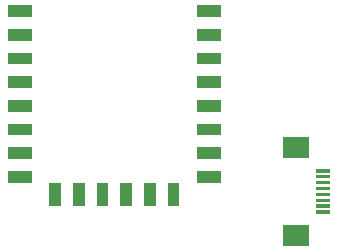
<source format=gbp>
G04 Layer: BottomPasteMaskLayer*
G04 EasyEDA v6.4.25, 2021-11-23T22:34:31+08:00*
G04 edc2d8422afb4d2cae5fb123c77887e6,45ba98ba689c459a8d72e4540021d05b,10*
G04 Gerber Generator version 0.2*
G04 Scale: 100 percent, Rotated: No, Reflected: No *
G04 Dimensions in millimeters *
G04 leading zeros omitted , absolute positions ,4 integer and 5 decimal *
%FSLAX45Y45*%
%MOMM*%

%ADD10C,0.0001*%

%LPD*%
G36*
X2925003Y964991D02*
G01*
X2925003Y784992D01*
X3145002Y784992D01*
X3145002Y964991D01*
G37*
G36*
X2931901Y218099D02*
G01*
X2931901Y38100D01*
X3151901Y38100D01*
X3151901Y218099D01*
G37*
G36*
X3204999Y339981D02*
G01*
X3204999Y309979D01*
X3324999Y309979D01*
X3324999Y339981D01*
G37*
G36*
X3204999Y389968D02*
G01*
X3204999Y359966D01*
X3324999Y359966D01*
X3324999Y389968D01*
G37*
G36*
X3204999Y439981D02*
G01*
X3204999Y409978D01*
X3324999Y409978D01*
X3324999Y439981D01*
G37*
G36*
X3204999Y489968D02*
G01*
X3204999Y459966D01*
X3324999Y459966D01*
X3324999Y489968D01*
G37*
G36*
X3204999Y539981D02*
G01*
X3204999Y509978D01*
X3324999Y509978D01*
X3324999Y539981D01*
G37*
G36*
X3204999Y589968D02*
G01*
X3204999Y559965D01*
X3324999Y559965D01*
X3324999Y589968D01*
G37*
G36*
X3204999Y639980D02*
G01*
X3204999Y609978D01*
X3324999Y609978D01*
X3324999Y639980D01*
G37*
G36*
X3204999Y689968D02*
G01*
X3204999Y659965D01*
X3324999Y659965D01*
X3324999Y689968D01*
G37*
G36*
X599925Y1975068D02*
G01*
X799924Y1975068D01*
X799924Y2075068D01*
X599925Y2075068D01*
G37*
G36*
X599950Y1775068D02*
G01*
X799950Y1775068D01*
X799950Y1875068D01*
X599950Y1875068D01*
G37*
G36*
X599925Y1575069D02*
G01*
X799924Y1575069D01*
X799924Y1675069D01*
X599925Y1675069D01*
G37*
G36*
X600001Y1375069D02*
G01*
X800000Y1375069D01*
X800000Y1475069D01*
X600001Y1475069D01*
G37*
G36*
X599925Y1175070D02*
G01*
X799924Y1175070D01*
X799924Y1275069D01*
X599925Y1275069D01*
G37*
G36*
X599848Y975067D02*
G01*
X799848Y975067D01*
X799848Y1075067D01*
X599848Y1075067D01*
G37*
G36*
X599975Y775068D02*
G01*
X799975Y775068D01*
X799975Y875068D01*
X599975Y875068D01*
G37*
G36*
X600128Y575068D02*
G01*
X800127Y575068D01*
X800127Y675068D01*
X600128Y675068D01*
G37*
G36*
X1050317Y374980D02*
G01*
X1050317Y574979D01*
X950318Y574979D01*
X950318Y374980D01*
G37*
G36*
X1250317Y375056D02*
G01*
X1250317Y575055D01*
X1150317Y575055D01*
X1150317Y375056D01*
G37*
G36*
X1450240Y375056D02*
G01*
X1450240Y575055D01*
X1350241Y575055D01*
X1350241Y375056D01*
G37*
G36*
X1650316Y375056D02*
G01*
X1650316Y575055D01*
X1550316Y575055D01*
X1550316Y375056D01*
G37*
G36*
X1850189Y375107D02*
G01*
X1850189Y575106D01*
X1750189Y575106D01*
X1750189Y375107D01*
G37*
G36*
X2049985Y374954D02*
G01*
X2049985Y574954D01*
X1949985Y574954D01*
X1949985Y374954D01*
G37*
G36*
X2400073Y675068D02*
G01*
X2200074Y675068D01*
X2200074Y575068D01*
X2400073Y575068D01*
G37*
G36*
X2400150Y875068D02*
G01*
X2200150Y875068D01*
X2200150Y775068D01*
X2400150Y775068D01*
G37*
G36*
X2400150Y1075067D02*
G01*
X2200150Y1075067D01*
X2200150Y975067D01*
X2400150Y975067D01*
G37*
G36*
X2400150Y1275069D02*
G01*
X2200150Y1275069D01*
X2200150Y1175070D01*
X2400150Y1175070D01*
G37*
G36*
X2400150Y1475069D02*
G01*
X2200150Y1475069D01*
X2200150Y1375069D01*
X2400150Y1375069D01*
G37*
G36*
X2400150Y1675069D02*
G01*
X2200150Y1675069D01*
X2200150Y1575069D01*
X2400150Y1575069D01*
G37*
G36*
X2400150Y1875068D02*
G01*
X2200150Y1875068D01*
X2200150Y1775068D01*
X2400150Y1775068D01*
G37*
G36*
X2400150Y2075068D02*
G01*
X2200150Y2075068D01*
X2200150Y1975068D01*
X2400150Y1975068D01*
G37*
M02*

</source>
